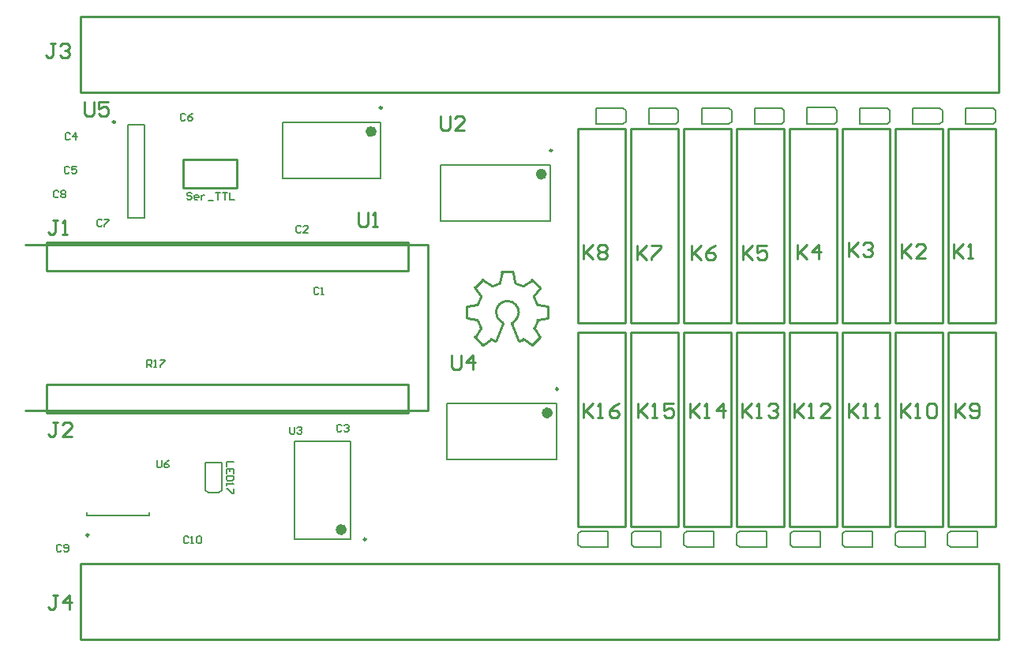
<source format=gto>
%FSLAX25Y25*%
%MOIN*%
G70*
G01*
G75*
%ADD10R,0.05709X0.06102*%
%ADD11R,0.03740X0.02756*%
%ADD12R,0.03740X0.09055*%
%ADD13R,0.26772X0.28740*%
%ADD14O,0.08858X0.02362*%
%ADD15O,0.02362X0.09055*%
%ADD16O,0.09055X0.02362*%
%ADD17R,0.03543X0.03740*%
%ADD18R,0.02756X0.03740*%
%ADD19R,0.03150X0.03937*%
%ADD20R,0.03740X0.03543*%
%ADD21R,0.03937X0.03150*%
%ADD22C,0.02500*%
%ADD23C,0.01000*%
%ADD24R,0.09600X0.09600*%
%ADD25C,0.09600*%
%ADD26C,0.07000*%
%ADD27R,0.07000X0.07000*%
%ADD28C,0.06000*%
%ADD29R,0.06000X0.06000*%
%ADD30C,0.07874*%
%ADD31C,0.05000*%
%ADD32C,0.04000*%
%ADD33C,0.09100*%
G04:AMPARAMS|DCode=34|XSize=111mil|YSize=111mil|CornerRadius=0mil|HoleSize=0mil|Usage=FLASHONLY|Rotation=0.000|XOffset=0mil|YOffset=0mil|HoleType=Round|Shape=Relief|Width=10mil|Gap=10mil|Entries=4|*
%AMTHD34*
7,0,0,0.11100,0.09100,0.01000,45*
%
%ADD34THD34*%
%ADD35C,0.08000*%
%ADD36C,0.07937*%
%ADD37C,0.06800*%
G04:AMPARAMS|DCode=38|XSize=99.37mil|YSize=99.37mil|CornerRadius=0mil|HoleSize=0mil|Usage=FLASHONLY|Rotation=0.000|XOffset=0mil|YOffset=0mil|HoleType=Round|Shape=Relief|Width=10mil|Gap=10mil|Entries=4|*
%AMTHD38*
7,0,0,0.09937,0.07937,0.01000,45*
%
%ADD38THD38*%
%ADD39C,0.10000*%
%ADD40C,0.00984*%
%ADD41C,0.02362*%
%ADD42C,0.00787*%
%ADD43C,0.00500*%
D23*
X-380400Y-123500D02*
Y-91500D01*
X7500Y-123500D02*
Y-91500D01*
X-380400Y-123500D02*
X7500D01*
X-380400Y-91500D02*
X7500D01*
X-336800Y79000D02*
X-314400D01*
X-336800Y67000D02*
Y79000D01*
X-314400Y67000D02*
Y79000D01*
X-336800Y67000D02*
X-314400D01*
X-36300Y-76000D02*
Y6000D01*
X-16300D01*
Y-76000D02*
Y6000D01*
X-36300Y-76000D02*
X-16300D01*
X-233450Y-26950D02*
Y43050D01*
X-403450Y-26950D02*
X-233450D01*
X-403450Y43050D02*
X-233450D01*
X-394450Y32050D02*
Y44050D01*
Y32050D02*
X-242050D01*
X-394450Y44050D02*
X-242050D01*
Y32050D02*
Y44050D01*
X6000Y10000D02*
Y92000D01*
X-14000Y10000D02*
X6000D01*
X-14000D02*
Y92000D01*
X6000D01*
X-16300Y10000D02*
Y92000D01*
X-36300Y10000D02*
X-16300D01*
X-36300D02*
Y92000D01*
X-16300D01*
X-170100Y-76000D02*
Y6000D01*
X-150100D01*
Y-76000D02*
Y6000D01*
X-170100Y-76000D02*
X-150100D01*
X-147800D02*
Y6000D01*
X-127800D01*
Y-76000D02*
Y6000D01*
X-147800Y-76000D02*
X-127800D01*
X-125500D02*
Y6000D01*
X-105500D01*
Y-76000D02*
Y6000D01*
X-125500Y-76000D02*
X-105500D01*
X-103200D02*
Y6000D01*
X-83200D01*
Y-76000D02*
Y6000D01*
X-103200Y-76000D02*
X-83200D01*
X-80900D02*
Y6000D01*
X-60900D01*
Y-76000D02*
Y6000D01*
X-80900Y-76000D02*
X-60900D01*
X-58600D02*
Y6000D01*
X-38600D01*
Y-76000D02*
Y6000D01*
X-58600Y-76000D02*
X-38600D01*
X-14000D02*
Y6000D01*
X6000D01*
Y-76000D02*
Y6000D01*
X-14000Y-76000D02*
X6000D01*
X-150100Y10000D02*
Y92000D01*
X-170100Y10000D02*
X-150100D01*
X-170100D02*
Y92000D01*
X-150100D01*
X-127800Y10000D02*
Y92000D01*
X-147800Y10000D02*
X-127800D01*
X-147800D02*
Y92000D01*
X-127800D01*
X-105500Y10000D02*
Y92000D01*
X-125500Y10000D02*
X-105500D01*
X-125500D02*
Y92000D01*
X-105500D01*
X-83200Y10000D02*
Y92000D01*
X-103200Y10000D02*
X-83200D01*
X-103200D02*
Y92000D01*
X-83200D01*
X-60900Y10000D02*
Y92000D01*
X-80900Y10000D02*
X-60900D01*
X-80900D02*
Y92000D01*
X-60900D01*
X-38600Y10000D02*
Y92000D01*
X-58600Y10000D02*
X-38600D01*
X-58600D02*
Y92000D01*
X-38600D01*
X-380400Y107500D02*
Y139500D01*
X7500Y107500D02*
Y139500D01*
X-380400Y107500D02*
X7500D01*
X-380400Y139500D02*
X7500D01*
X-394450Y-27950D02*
Y-15950D01*
Y-27950D02*
X-242050D01*
X-394450Y-15950D02*
X-242050D01*
Y-27950D02*
Y-15950D01*
X-390001Y-105002D02*
X-392001D01*
X-391001D01*
Y-110000D01*
X-392001Y-111000D01*
X-393000D01*
X-394000Y-110000D01*
X-385003Y-111000D02*
Y-105002D01*
X-388002Y-108001D01*
X-384003D01*
X-378500Y103398D02*
Y98400D01*
X-377500Y97400D01*
X-375501D01*
X-374501Y98400D01*
Y103398D01*
X-368503D02*
X-372502D01*
Y100399D01*
X-370503Y101399D01*
X-369503D01*
X-368503Y100399D01*
Y98400D01*
X-369503Y97400D01*
X-371502D01*
X-372502Y98400D01*
X-34000Y-24002D02*
Y-30000D01*
Y-28001D01*
X-30001Y-24002D01*
X-33000Y-27001D01*
X-30001Y-30000D01*
X-28002D02*
X-26003D01*
X-27002D01*
Y-24002D01*
X-28002Y-25002D01*
X-23004D02*
X-22004Y-24002D01*
X-20005D01*
X-19005Y-25002D01*
Y-29000D01*
X-20005Y-30000D01*
X-22004D01*
X-23004Y-29000D01*
Y-25002D01*
X-263000Y56798D02*
Y51800D01*
X-262000Y50800D01*
X-260001D01*
X-259001Y51800D01*
Y56798D01*
X-257002Y50800D02*
X-255003D01*
X-256002D01*
Y56798D01*
X-257002Y55798D01*
X-228300Y97498D02*
Y92500D01*
X-227300Y91500D01*
X-225301D01*
X-224301Y92500D01*
Y97498D01*
X-218303Y91500D02*
X-222302D01*
X-218303Y95499D01*
Y96498D01*
X-219303Y97498D01*
X-221302D01*
X-222302Y96498D01*
X-223500Y-3602D02*
Y-8600D01*
X-222500Y-9600D01*
X-220501D01*
X-219501Y-8600D01*
Y-3602D01*
X-214503Y-9600D02*
Y-3602D01*
X-217502Y-6601D01*
X-213503D01*
X-390001Y-32002D02*
X-392001D01*
X-391001D01*
Y-37000D01*
X-392001Y-38000D01*
X-393000D01*
X-394000Y-37000D01*
X-384003Y-38000D02*
X-388002D01*
X-384003Y-34001D01*
Y-33002D01*
X-385003Y-32002D01*
X-387002D01*
X-388002Y-33002D01*
X-389901Y53498D02*
X-391901D01*
X-390901D01*
Y48500D01*
X-391901Y47500D01*
X-392900D01*
X-393900Y48500D01*
X-387902Y47500D02*
X-385903D01*
X-386902D01*
Y53498D01*
X-387902Y52498D01*
X-391001Y127998D02*
X-393001D01*
X-392001D01*
Y123000D01*
X-393001Y122000D01*
X-394000D01*
X-395000Y123000D01*
X-389002Y126998D02*
X-388002Y127998D01*
X-386003D01*
X-385003Y126998D01*
Y125999D01*
X-386003Y124999D01*
X-387003D01*
X-386003D01*
X-385003Y123999D01*
Y123000D01*
X-386003Y122000D01*
X-388002D01*
X-389002Y123000D01*
X-11600Y43298D02*
Y37300D01*
Y39299D01*
X-7601Y43298D01*
X-10600Y40299D01*
X-7601Y37300D01*
X-5602D02*
X-3603D01*
X-4602D01*
Y43298D01*
X-5602Y42298D01*
X-33700Y43498D02*
Y37500D01*
Y39499D01*
X-29701Y43498D01*
X-32700Y40499D01*
X-29701Y37500D01*
X-23703D02*
X-27702D01*
X-23703Y41499D01*
Y42498D01*
X-24703Y43498D01*
X-26702D01*
X-27702Y42498D01*
X-55800Y43898D02*
Y37900D01*
Y39899D01*
X-51801Y43898D01*
X-54800Y40899D01*
X-51801Y37900D01*
X-49802Y42898D02*
X-48802Y43898D01*
X-46803D01*
X-45803Y42898D01*
Y41899D01*
X-46803Y40899D01*
X-47803D01*
X-46803D01*
X-45803Y39899D01*
Y38900D01*
X-46803Y37900D01*
X-48802D01*
X-49802Y38900D01*
X-77700Y42998D02*
Y37000D01*
Y38999D01*
X-73701Y42998D01*
X-76700Y39999D01*
X-73701Y37000D01*
X-68703D02*
Y42998D01*
X-71702Y39999D01*
X-67703D01*
X-100600Y42698D02*
Y36700D01*
Y38699D01*
X-96601Y42698D01*
X-99600Y39699D01*
X-96601Y36700D01*
X-90603Y42698D02*
X-94602D01*
Y39699D01*
X-92603Y40699D01*
X-91603D01*
X-90603Y39699D01*
Y37700D01*
X-91603Y36700D01*
X-93602D01*
X-94602Y37700D01*
X-122300Y42698D02*
Y36700D01*
Y38699D01*
X-118301Y42698D01*
X-121300Y39699D01*
X-118301Y36700D01*
X-112303Y42698D02*
X-114303Y41698D01*
X-116302Y39699D01*
Y37700D01*
X-115302Y36700D01*
X-113303D01*
X-112303Y37700D01*
Y38699D01*
X-113303Y39699D01*
X-116302D01*
X-145100Y42798D02*
Y36800D01*
Y38799D01*
X-141101Y42798D01*
X-144100Y39799D01*
X-141101Y36800D01*
X-139102Y42798D02*
X-135103D01*
Y41798D01*
X-139102Y37800D01*
Y36800D01*
X-167900Y42998D02*
Y37000D01*
Y38999D01*
X-163901Y42998D01*
X-166900Y39999D01*
X-163901Y37000D01*
X-161902Y41998D02*
X-160902Y42998D01*
X-158903D01*
X-157903Y41998D01*
Y40999D01*
X-158903Y39999D01*
X-157903Y38999D01*
Y38000D01*
X-158903Y37000D01*
X-160902D01*
X-161902Y38000D01*
Y38999D01*
X-160902Y39999D01*
X-161902Y40999D01*
Y41998D01*
X-160902Y39999D02*
X-158903D01*
X-168000Y-24002D02*
Y-30000D01*
Y-28001D01*
X-164001Y-24002D01*
X-167000Y-27001D01*
X-164001Y-30000D01*
X-162002D02*
X-160003D01*
X-161002D01*
Y-24002D01*
X-162002Y-25002D01*
X-153005Y-24002D02*
X-155004Y-25002D01*
X-157004Y-27001D01*
Y-29000D01*
X-156004Y-30000D01*
X-154005D01*
X-153005Y-29000D01*
Y-28001D01*
X-154005Y-27001D01*
X-157004D01*
X-145000Y-24002D02*
Y-30000D01*
Y-28001D01*
X-141001Y-24002D01*
X-144000Y-27001D01*
X-141001Y-30000D01*
X-139002D02*
X-137003D01*
X-138002D01*
Y-24002D01*
X-139002Y-25002D01*
X-130005Y-24002D02*
X-134004D01*
Y-27001D01*
X-132004Y-26001D01*
X-131005D01*
X-130005Y-27001D01*
Y-29000D01*
X-131005Y-30000D01*
X-133004D01*
X-134004Y-29000D01*
X-123000Y-24002D02*
Y-30000D01*
Y-28001D01*
X-119001Y-24002D01*
X-122000Y-27001D01*
X-119001Y-30000D01*
X-117002D02*
X-115003D01*
X-116002D01*
Y-24002D01*
X-117002Y-25002D01*
X-109004Y-30000D02*
Y-24002D01*
X-112004Y-27001D01*
X-108005D01*
X-101000Y-24002D02*
Y-30000D01*
Y-28001D01*
X-97001Y-24002D01*
X-100000Y-27001D01*
X-97001Y-30000D01*
X-95002D02*
X-93003D01*
X-94002D01*
Y-24002D01*
X-95002Y-25002D01*
X-90004D02*
X-89004Y-24002D01*
X-87005D01*
X-86005Y-25002D01*
Y-26001D01*
X-87005Y-27001D01*
X-88004D01*
X-87005D01*
X-86005Y-28001D01*
Y-29000D01*
X-87005Y-30000D01*
X-89004D01*
X-90004Y-29000D01*
X-79000Y-24002D02*
Y-30000D01*
Y-28001D01*
X-75001Y-24002D01*
X-78000Y-27001D01*
X-75001Y-30000D01*
X-73002D02*
X-71003D01*
X-72002D01*
Y-24002D01*
X-73002Y-25002D01*
X-64005Y-30000D02*
X-68004D01*
X-64005Y-26001D01*
Y-25002D01*
X-65004Y-24002D01*
X-67004D01*
X-68004Y-25002D01*
X-56000Y-24002D02*
Y-30000D01*
Y-28001D01*
X-52001Y-24002D01*
X-55000Y-27001D01*
X-52001Y-30000D01*
X-50002D02*
X-48003D01*
X-49002D01*
Y-24002D01*
X-50002Y-25002D01*
X-45004Y-30000D02*
X-43004D01*
X-44004D01*
Y-24002D01*
X-45004Y-25002D01*
X-11000Y-24002D02*
Y-30000D01*
Y-28001D01*
X-7001Y-24002D01*
X-10000Y-27001D01*
X-7001Y-30000D01*
X-5002Y-29000D02*
X-4002Y-30000D01*
X-2003D01*
X-1003Y-29000D01*
Y-25002D01*
X-2003Y-24002D01*
X-4002D01*
X-5002Y-25002D01*
Y-26001D01*
X-4002Y-27001D01*
X-1003D01*
D40*
X-187485Y17844D02*
G03*
X-187368Y17735I323J231D01*
G01*
X-188840Y21035D02*
G03*
X-188835Y20998I352J23D01*
G01*
X-188826Y21165D02*
G03*
X-188840Y21035I365J-104D01*
G01*
X-186337Y24819D02*
G03*
X-186316Y24860I-172J116D01*
G01*
X-186316D02*
G03*
X-186302Y24911I-216J84D01*
G01*
X-186302Y24911D02*
G03*
X-186327Y25060I-245J36D01*
G01*
D02*
G03*
X-186349Y25093I-187J-98D01*
G01*
X-186349Y25093D02*
G03*
X-186364Y25110I-154J-122D01*
G01*
X-189426Y28173D02*
G03*
X-189462Y28201I-144J-145D01*
G01*
Y28201D02*
G03*
X-189508Y28223I-121J-194D01*
G01*
D02*
G03*
X-189670Y28223I-81J-232D01*
G01*
D02*
G03*
X-189708Y28205I70J-195D01*
G01*
X-193457Y25661D02*
G03*
X-193424Y25670I-78J351D01*
G01*
X-193596Y25655D02*
G03*
X-193457Y25661I53J388D01*
G01*
X-196701Y26937D02*
G03*
X-196670Y26912I245J274D01*
G01*
X-196778Y27031D02*
G03*
X-196701Y26937I337J198D01*
G01*
X-197623Y31474D02*
G03*
X-197638Y31522I-206J-41D01*
G01*
Y31522D02*
G03*
X-197672Y31575I-213J-100D01*
G01*
X-197672D02*
G03*
X-197785Y31650I-188J-159D01*
G01*
D02*
G03*
X-197831Y31659I-64J-203D01*
G01*
X-202179Y31660D02*
G03*
X-202232Y31653I0J-208D01*
G01*
X-202232D02*
G03*
X-202287Y31630I60J-225D01*
G01*
Y31630D02*
G03*
X-202387Y31524I121J-214D01*
G01*
D02*
G03*
X-202402Y31482I190J-91D01*
G01*
X-203260Y27011D02*
G03*
X-203242Y27042I-295J198D01*
G01*
X-203358Y26910D02*
G03*
X-203260Y27011I-224J315D01*
G01*
X-206450Y25653D02*
G03*
X-206419Y25657I-30J348D01*
G01*
X-206603Y25670D02*
G03*
X-206450Y25653I119J371D01*
G01*
X-210309Y28199D02*
G03*
X-210353Y28222I-116J-169D01*
G01*
X-210353D02*
G03*
X-210404Y28235I-81J-215D01*
G01*
X-210404Y28235D02*
G03*
X-210558Y28205I-32J-244D01*
G01*
X-210558D02*
G03*
X-210590Y28182I104J-181D01*
G01*
X-213663Y25110D02*
G03*
X-213690Y25075I144J-144D01*
G01*
D02*
G03*
X-213711Y25032I192J-121D01*
G01*
Y25032D02*
G03*
X-213712Y24861I233J-86D01*
G01*
D02*
G03*
X-213694Y24825I193J73D01*
G01*
X-211193Y21129D02*
G03*
X-211202Y21169I-352J-64D01*
G01*
X-211190Y21010D02*
G03*
X-211193Y21129I-376J51D01*
G01*
X-212562Y17817D02*
G03*
X-212543Y17842I-269J229D01*
G01*
X-212682Y17722D02*
G03*
X-212562Y17817I-180J350D01*
G01*
X-216965Y16914D02*
G03*
X-217008Y16900I40J-201D01*
G01*
X-217008D02*
G03*
X-217051Y16875I93J-210D01*
G01*
D02*
G03*
X-217144Y16742I146J-201D01*
G01*
X-217144Y16742D02*
G03*
X-217151Y16704I201J-54D01*
G01*
X-217151Y12358D02*
G03*
X-217145Y12307I207J0D01*
G01*
D02*
G03*
X-217123Y12252I225J57D01*
G01*
Y12252D02*
G03*
X-217021Y12152I215J117D01*
G01*
D02*
G03*
X-216979Y12136I96J188D01*
G01*
X-212750Y11322D02*
G03*
X-212781Y11340I-195J-286D01*
G01*
X-212652Y11224D02*
G03*
X-212750Y11322I-310J-214D01*
G01*
X-211306Y7835D02*
G03*
X-211310Y7874I-365J-19D01*
G01*
X-211320Y7708D02*
G03*
X-211306Y7835I-377J106D01*
G01*
X-213690Y4227D02*
G03*
X-213710Y4189I167J-114D01*
G01*
Y4189D02*
G03*
X-213723Y4144I210J-85D01*
G01*
X-213723D02*
G03*
X-213695Y3977I243J-45D01*
G01*
X-213695D02*
G03*
X-213672Y3945I178J104D01*
G01*
X-210600Y874D02*
G03*
X-210565Y846I143J144D01*
G01*
X-210565D02*
G03*
X-210523Y825I122J192D01*
G01*
X-210523Y825D02*
G03*
X-210350Y825I87J233D01*
G01*
X-210350D02*
G03*
X-210314Y843I-74J193D01*
G01*
X-206884Y3175D02*
G03*
X-206914Y3166I74J-303D01*
G01*
X-206716Y3175D02*
G03*
X-206884Y3175I-84J-342D01*
G01*
X-205180Y2363D02*
G03*
X-205125Y2345I84J164D01*
G01*
Y2345D02*
G03*
X-204938Y2451I27J170D01*
G01*
X-201903Y9785D02*
G03*
X-201888Y9839I-188J78D01*
G01*
Y9839D02*
G03*
X-201891Y9909I-227J27D01*
G01*
D02*
G03*
X-201941Y10015I-232J-44D01*
G01*
D02*
G03*
X-201974Y10047I-159J-132D01*
G01*
X-201974D02*
G03*
X-201991Y10059I-118J-153D01*
G01*
X-204804Y14498D02*
G03*
X-202592Y10464I4780J-3D01*
G01*
X-200014Y19287D02*
G03*
X-204804Y14498I-0J-4790D01*
G01*
X-195224D02*
G03*
X-200014Y19287I-4790J0D01*
G01*
X-197434Y10464D02*
G03*
X-195224Y14498I-2571J4031D01*
G01*
X-198035Y10059D02*
G03*
X-198077Y10025I104J-170D01*
G01*
X-198077Y10025D02*
G03*
X-198112Y9976I163J-153D01*
G01*
Y9976D02*
G03*
X-198137Y9836I208J-111D01*
G01*
X-198137D02*
G03*
X-198125Y9787I201J27D01*
G01*
X-195090Y2451D02*
G03*
X-195054Y2396I167J69D01*
G01*
D02*
G03*
X-194851Y2361I125J119D01*
G01*
X-193286Y3179D02*
G03*
X-193316Y3172I54J-308D01*
G01*
X-193119Y3168D02*
G03*
X-193286Y3179I-106J-336D01*
G01*
X-189717Y846D02*
G03*
X-189679Y826I114J169D01*
G01*
Y826D02*
G03*
X-189634Y813I84J212D01*
G01*
Y813D02*
G03*
X-189471Y840I43J245D01*
G01*
X-189471D02*
G03*
X-189443Y859I-102J181D01*
G01*
D02*
G03*
X-189427Y872I-120J150D01*
G01*
X-186364Y3935D02*
G03*
X-186331Y3978I-150J148D01*
G01*
D02*
G03*
X-186305Y4045I-206J118D01*
G01*
Y4045D02*
G03*
X-186308Y4164I-238J54D01*
G01*
D02*
G03*
X-186326Y4208I-206J-58D01*
G01*
X-186326D02*
G03*
X-186337Y4227I-176J-96D01*
G01*
X-188716Y7878D02*
G03*
X-188710Y7721I385J-64D01*
G01*
X-187370Y11232D02*
G03*
X-187386Y11208I261J-189D01*
G01*
X-187339Y11269D02*
G03*
X-187370Y11232I261J-249D01*
G01*
X-187258Y11334D02*
G03*
X-187339Y11269I190J-323D01*
G01*
X-183063Y12133D02*
G03*
X-183017Y12147I-36J198D01*
G01*
X-183017D02*
G03*
X-182974Y12172I-92J206D01*
G01*
X-182974D02*
G03*
X-182880Y12316I-146J197D01*
G01*
D02*
G03*
X-182876Y12358I-202J42D01*
G01*
Y16689D02*
G03*
X-182881Y16733I-197J2D01*
G01*
D02*
G03*
X-182894Y16774I-215J-47D01*
G01*
X-182894D02*
G03*
X-183034Y16906I-225J-98D01*
G01*
X-183034D02*
G03*
X-183063Y16914I-68J-191D01*
G01*
X-376820Y-79517D02*
G03*
X-376820Y-79517I-492J0D01*
G01*
X-365657Y94846D02*
G03*
X-365657Y94846I-492J0D01*
G01*
X-181161Y82913D02*
G03*
X-181161Y82913I-492J0D01*
G01*
X-252961Y100913D02*
G03*
X-252961Y100913I-492J0D01*
G01*
X-259695Y-81346D02*
G03*
X-259695Y-81346I-492J0D01*
G01*
X-178661Y-17887D02*
G03*
X-178661Y-17887I-492J0D01*
G01*
X-187270Y17696D02*
X-183063Y16914D01*
X-187286Y17700D02*
X-187270Y17696D01*
X-187302Y17705D02*
X-187286Y17700D01*
X-187320Y17711D02*
X-187302Y17705D01*
X-187341Y17721D02*
X-187320Y17711D01*
X-187368Y17735D02*
X-187341Y17721D01*
X-187497Y17862D02*
X-187485Y17844D01*
X-187506Y17877D02*
X-187497Y17862D01*
X-187513Y17892D02*
X-187506Y17877D01*
X-187518Y17906D02*
X-187513Y17892D01*
X-187520Y17910D02*
X-187518Y17906D01*
X-188810Y20920D02*
X-187520Y17910D01*
X-188817Y20936D02*
X-188810Y20920D01*
X-188824Y20953D02*
X-188817Y20936D01*
X-188830Y20973D02*
X-188824Y20953D01*
X-188835Y20998D02*
X-188830Y20973D01*
X-188826Y21165D02*
X-188818Y21188D01*
X-188810Y21207D01*
X-188802Y21223D01*
X-188794Y21237D01*
X-188789Y21245D01*
X-186337Y24819D01*
X-189426Y28173D02*
X-186364Y25110D01*
X-189717Y28199D02*
X-189708Y28205D01*
X-193354Y25704D02*
X-189717Y28199D01*
X-193368Y25695D02*
X-193354Y25704D01*
X-193383Y25687D02*
X-193368Y25695D01*
X-193401Y25679D02*
X-193383Y25687D01*
X-193424Y25670D02*
X-193401Y25679D01*
X-193618Y25659D02*
X-193596Y25655D01*
X-193637Y25664D02*
X-193618Y25659D01*
X-193652Y25669D02*
X-193637Y25664D01*
X-193667Y25674D02*
X-193652Y25669D01*
X-193679Y25680D02*
X-193667Y25674D01*
X-193680Y25680D02*
X-193679Y25680D01*
X-196598Y26874D02*
X-193680Y25680D01*
X-196613Y26880D02*
X-196598Y26874D01*
X-196630Y26887D02*
X-196613Y26880D01*
X-196648Y26898D02*
X-196630Y26887D01*
X-196670Y26912D02*
X-196648Y26898D01*
X-196790Y27053D02*
X-196778Y27031D01*
X-196798Y27072D02*
X-196790Y27053D01*
X-196804Y27088D02*
X-196798Y27072D01*
X-196809Y27104D02*
X-196804Y27088D01*
X-196812Y27119D02*
X-196809Y27104D01*
X-196812Y27120D02*
X-196812Y27119D01*
X-197623Y31474D02*
X-196812Y27120D01*
X-197847Y31660D02*
X-197831Y31659D01*
X-202179Y31660D02*
X-197847D01*
X-202404Y31474D02*
X-202402Y31482D01*
X-203214Y27120D02*
X-202404Y31474D01*
X-203218Y27103D02*
X-203214Y27120D01*
X-203223Y27085D02*
X-203218Y27103D01*
X-203231Y27065D02*
X-203223Y27085D01*
X-203242Y27042D02*
X-203231Y27065D01*
X-203378Y26897D02*
X-203358Y26910D01*
X-203396Y26888D02*
X-203378Y26897D01*
X-203412Y26880D02*
X-203396Y26888D01*
X-203427Y26874D02*
X-203412Y26880D01*
X-203429Y26874D02*
X-203427Y26874D01*
X-206346Y25680D02*
X-203429Y26874D01*
X-206361Y25673D02*
X-206346Y25680D01*
X-206378Y25667D02*
X-206361Y25673D01*
X-206397Y25662D02*
X-206378Y25667D01*
X-206419Y25657D02*
X-206397Y25662D01*
X-206623Y25677D02*
X-206603Y25670D01*
X-206639Y25685D02*
X-206623Y25677D01*
X-206653Y25692D02*
X-206639Y25685D01*
X-206666Y25700D02*
X-206653Y25692D01*
X-206673Y25704D02*
X-206666Y25700D01*
X-210309Y28199D02*
X-206673Y25704D01*
X-210600Y28173D02*
X-210590Y28182D01*
X-213663Y25110D02*
X-210600Y28173D01*
X-213694Y24825D02*
X-213690Y24819D01*
X-211238Y21245D01*
X-211228Y21230D01*
X-211220Y21214D01*
X-211211Y21194D01*
X-211202Y21169D01*
X-211194Y20985D02*
X-211190Y21010D01*
X-211199Y20965D02*
X-211194Y20985D01*
X-211205Y20948D02*
X-211199Y20965D01*
X-211211Y20933D02*
X-211205Y20948D01*
X-211217Y20920D02*
X-211211Y20933D01*
X-212507Y17910D02*
X-211217Y20920D01*
X-212513Y17895D02*
X-212507Y17910D01*
X-212521Y17879D02*
X-212513Y17895D01*
X-212530Y17862D02*
X-212521Y17879D01*
X-212543Y17842D02*
X-212530Y17862D01*
X-212702Y17713D02*
X-212682Y17722D01*
X-212719Y17706D02*
X-212702Y17713D01*
X-212735Y17701D02*
X-212719Y17706D01*
X-212749Y17698D02*
X-212735Y17701D01*
X-212756Y17696D02*
X-212749Y17698D01*
X-216965Y16914D02*
X-212756Y17696D01*
X-217151Y16689D02*
X-217151Y16704D01*
X-217151Y12358D02*
Y16689D01*
X-216979Y12136D02*
X-216964Y12133D01*
X-212859Y11369D01*
X-212842Y11365D01*
X-212824Y11359D01*
X-212804Y11352D01*
X-212781Y11340D01*
X-212652Y11224D02*
X-212639Y11204D01*
X-212630Y11186D01*
X-212622Y11170D01*
X-212617Y11155D01*
X-212616Y11152D01*
X-211334Y7951D01*
X-211327Y7936D01*
X-211321Y7919D01*
X-211315Y7899D01*
X-211310Y7874D01*
X-211328Y7685D02*
X-211320Y7708D01*
X-211336Y7666D02*
X-211328Y7685D01*
X-211344Y7649D02*
X-211336Y7666D01*
X-211352Y7635D02*
X-211344Y7649D01*
X-211359Y7625D02*
X-211352Y7635D01*
X-213690Y4227D02*
X-211359Y7625D01*
X-213672Y3945D02*
X-213664Y3936D01*
X-210600Y874D01*
X-210314Y843D02*
X-210309Y846D01*
X-206971Y3137D01*
X-206955Y3148D01*
X-206936Y3157D01*
X-206914Y3166D01*
X-206716Y3175D02*
X-206695Y3169D01*
X-206677Y3162D01*
X-206661Y3154D01*
X-206651Y3149D01*
X-205180Y2363D01*
X-204938Y2451D02*
X-201903Y9785D01*
X-202360Y10285D02*
X-201991Y10059D01*
X-202367Y10289D02*
X-202360Y10285D01*
X-202375Y10294D02*
X-202367Y10289D01*
X-202383Y10300D02*
X-202375Y10294D01*
X-202393Y10306D02*
X-202383Y10300D01*
X-202403Y10313D02*
X-202393Y10306D01*
X-202415Y10321D02*
X-202403Y10313D01*
X-202429Y10331D02*
X-202415Y10321D01*
X-202446Y10344D02*
X-202429Y10331D01*
X-202468Y10360D02*
X-202446Y10344D01*
X-202508Y10392D02*
X-202468Y10360D01*
X-202579Y10452D02*
X-202508Y10392D01*
X-202592Y10464D02*
X-202579Y10452D01*
X-197451Y10448D02*
X-197434Y10464D01*
X-197476Y10426D02*
X-197451Y10448D01*
X-197582Y10342D02*
X-197476Y10426D01*
X-197599Y10330D02*
X-197582Y10342D01*
X-197612Y10321D02*
X-197599Y10330D01*
X-197623Y10313D02*
X-197612Y10321D01*
X-197633Y10306D02*
X-197623Y10313D01*
X-197642Y10300D02*
X-197633Y10306D01*
X-197650Y10295D02*
X-197642Y10300D01*
X-197657Y10291D02*
X-197650Y10295D01*
X-197663Y10287D02*
X-197657Y10291D01*
X-197666Y10285D02*
X-197663Y10287D01*
X-198035Y10059D02*
X-197666Y10285D01*
X-198125Y9787D02*
X-198124Y9785D01*
X-195090Y2451D01*
X-194851Y2361D02*
X-194848Y2363D01*
X-193375Y3148D01*
X-193358Y3157D01*
X-193339Y3165D01*
X-193316Y3172D01*
X-193119Y3168D02*
X-193098Y3160D01*
X-193080Y3152D01*
X-193064Y3144D01*
X-193055Y3137D01*
X-189717Y846D01*
X-189427Y872D02*
X-186364Y3935D01*
X-188669Y7625D02*
X-186337Y4227D01*
X-188677Y7638D02*
X-188669Y7625D01*
X-188686Y7653D02*
X-188677Y7638D01*
X-188693Y7671D02*
X-188686Y7653D01*
X-188701Y7692D02*
X-188693Y7671D01*
X-188710Y7721D02*
X-188701Y7692D01*
X-188716Y7878D02*
X-188711Y7899D01*
X-188706Y7917D01*
X-188701Y7932D01*
X-188695Y7946D01*
X-188692Y7951D01*
X-187411Y11152D01*
X-187405Y11170D01*
X-187397Y11188D01*
X-187386Y11208D01*
X-187258Y11334D02*
X-187233Y11347D01*
X-187213Y11356D01*
X-187195Y11362D01*
X-187178Y11366D01*
X-187168Y11369D01*
X-183063Y12133D01*
X-182876Y12358D02*
Y16689D01*
D41*
X-184528Y72874D02*
G03*
X-184528Y72874I-1181J0D01*
G01*
X-256387Y90874D02*
G03*
X-256387Y90874I-1181J0D01*
G01*
X-269045Y-77232D02*
G03*
X-269045Y-77232I-1181J0D01*
G01*
X-182028Y-27926D02*
G03*
X-182028Y-27926I-1181J0D01*
G01*
D42*
X-377489Y-71249D02*
Y-69871D01*
Y-71249D02*
X-351111D01*
Y-69871D01*
X-360145Y54315D02*
Y93685D01*
X-353255Y54315D02*
Y93685D01*
X-360145D02*
X-353255D01*
X-360145Y54315D02*
X-353255D01*
X-228228Y53189D02*
Y76811D01*
X-181772Y53189D02*
Y76811D01*
X-228228Y53189D02*
X-181772D01*
X-228228Y76811D02*
X-181772D01*
X-294969Y94811D02*
X-253631D01*
X-294969Y71189D02*
X-253631D01*
Y94811D01*
X-294969Y71189D02*
Y94811D01*
X-266289Y-81169D02*
Y-39831D01*
X-289911Y-81169D02*
Y-39831D01*
Y-81169D02*
X-266289D01*
X-289911Y-39831D02*
X-266289D01*
X-225728Y-47611D02*
Y-23989D01*
X-179272Y-47611D02*
Y-23989D01*
X-225728Y-47611D02*
X-179272D01*
X-225728Y-23989D02*
X-179272D01*
X-6500Y93900D02*
Y100700D01*
X5000D02*
X6100Y99600D01*
X-6500Y100700D02*
X5000D01*
X6100Y95000D02*
Y99600D01*
X-6500Y93900D02*
X5000D01*
X6100Y95000D01*
X-29000Y93900D02*
Y100700D01*
X-17500D02*
X-16400Y99600D01*
X-29000Y100700D02*
X-17500D01*
X-16400Y95000D02*
Y99600D01*
X-29000Y93900D02*
X-17500D01*
X-16400Y95000D01*
X-51200Y93900D02*
Y100700D01*
X-39700D02*
X-38600Y99600D01*
X-51200Y100700D02*
X-39700D01*
X-38600Y95000D02*
Y99600D01*
X-51200Y93900D02*
X-39700D01*
X-38600Y95000D01*
X-95700Y93900D02*
Y100700D01*
X-84200D02*
X-83100Y99600D01*
X-95700Y100700D02*
X-84200D01*
X-83100Y95000D02*
Y99600D01*
X-95700Y93900D02*
X-84200D01*
X-83100Y95000D01*
X-118000Y94000D02*
Y100800D01*
X-106500D02*
X-105400Y99700D01*
X-118000Y100800D02*
X-106500D01*
X-105400Y95100D02*
Y99700D01*
X-118000Y94000D02*
X-106500D01*
X-105400Y95100D01*
X-1500Y-84700D02*
Y-77900D01*
X-14100Y-83600D02*
X-13000Y-84700D01*
X-1500D01*
X-14100Y-83600D02*
Y-79000D01*
X-13000Y-77900D02*
X-1500D01*
X-14100Y-79000D02*
X-13000Y-77900D01*
X-23500Y-84700D02*
Y-77900D01*
X-36100Y-83600D02*
X-35000Y-84700D01*
X-23500D01*
X-36100Y-83600D02*
Y-79000D01*
X-35000Y-77900D02*
X-23500D01*
X-36100Y-79000D02*
X-35000Y-77900D01*
X-73500Y94100D02*
Y100900D01*
X-62000D02*
X-60900Y99800D01*
X-73500Y100900D02*
X-62000D01*
X-60900Y95200D02*
Y99800D01*
X-73500Y94100D02*
X-62000D01*
X-60900Y95200D01*
X-140400Y93900D02*
Y100700D01*
X-128900D02*
X-127800Y99600D01*
X-140400Y100700D02*
X-128900D01*
X-127800Y95000D02*
Y99600D01*
X-140400Y93900D02*
X-128900D01*
X-127800Y95000D01*
X-162600Y93900D02*
Y100700D01*
X-151100D02*
X-150000Y99600D01*
X-162600Y100700D02*
X-151100D01*
X-150000Y95000D02*
Y99600D01*
X-162600Y93900D02*
X-151100D01*
X-150000Y95000D01*
X-46000Y-84700D02*
Y-77900D01*
X-58600Y-83600D02*
X-57500Y-84700D01*
X-46000D01*
X-58600Y-83600D02*
Y-79000D01*
X-57500Y-77900D02*
X-46000D01*
X-58600Y-79000D02*
X-57500Y-77900D01*
X-68000Y-84700D02*
Y-77900D01*
X-80600Y-83600D02*
X-79500Y-84700D01*
X-68000D01*
X-80600Y-83600D02*
Y-79000D01*
X-79500Y-77900D02*
X-68000D01*
X-80600Y-79000D02*
X-79500Y-77900D01*
X-90500Y-84700D02*
Y-77900D01*
X-103100Y-83600D02*
X-102000Y-84700D01*
X-90500D01*
X-103100Y-83600D02*
Y-79000D01*
X-102000Y-77900D02*
X-90500D01*
X-103100Y-79000D02*
X-102000Y-77900D01*
X-112900Y-84700D02*
Y-77900D01*
X-125500Y-83600D02*
X-124400Y-84700D01*
X-112900D01*
X-125500Y-83600D02*
Y-79000D01*
X-124400Y-77900D02*
X-112900D01*
X-125500Y-79000D02*
X-124400Y-77900D01*
X-135100Y-84700D02*
Y-77900D01*
X-147700Y-83600D02*
X-146600Y-84700D01*
X-135100D01*
X-147700Y-83600D02*
Y-79000D01*
X-146600Y-77900D02*
X-135100D01*
X-147700Y-79000D02*
X-146600Y-77900D01*
X-157500Y-84700D02*
Y-77900D01*
X-170100Y-83600D02*
X-169000Y-84700D01*
X-157500D01*
X-170100Y-83600D02*
Y-79000D01*
X-169000Y-77900D02*
X-157500D01*
X-170100Y-79000D02*
X-169000Y-77900D01*
X-327500Y-49100D02*
X-320700D01*
X-321800Y-61700D02*
X-320700Y-60600D01*
Y-49100D01*
X-326400Y-61700D02*
X-321800D01*
X-327500Y-60600D02*
Y-49100D01*
Y-60600D02*
X-326400Y-61700D01*
D43*
X-334601Y-80601D02*
X-335101Y-80101D01*
X-336100D01*
X-336600Y-80601D01*
Y-82600D01*
X-336100Y-83100D01*
X-335101D01*
X-334601Y-82600D01*
X-333601Y-83100D02*
X-332601D01*
X-333101D01*
Y-80101D01*
X-333601Y-80601D01*
X-331102D02*
X-330602Y-80101D01*
X-329602D01*
X-329102Y-80601D01*
Y-82600D01*
X-329602Y-83100D01*
X-330602D01*
X-331102Y-82600D01*
Y-80601D01*
X-388401Y-84101D02*
X-388900Y-83601D01*
X-389900D01*
X-390400Y-84101D01*
Y-86100D01*
X-389900Y-86600D01*
X-388900D01*
X-388401Y-86100D01*
X-387401D02*
X-386901Y-86600D01*
X-385901D01*
X-385402Y-86100D01*
Y-84101D01*
X-385901Y-83601D01*
X-386901D01*
X-387401Y-84101D01*
Y-84601D01*
X-386901Y-85101D01*
X-385402D01*
X-348000Y-48101D02*
Y-50600D01*
X-347500Y-51100D01*
X-346500D01*
X-346001Y-50600D01*
Y-48101D01*
X-343002D02*
X-344001Y-48601D01*
X-345001Y-49600D01*
Y-50600D01*
X-344501Y-51100D01*
X-343501D01*
X-343002Y-50600D01*
Y-50100D01*
X-343501Y-49600D01*
X-345001D01*
X-333301Y64699D02*
X-333801Y65199D01*
X-334800D01*
X-335300Y64699D01*
Y64199D01*
X-334800Y63700D01*
X-333801D01*
X-333301Y63200D01*
Y62700D01*
X-333801Y62200D01*
X-334800D01*
X-335300Y62700D01*
X-330802Y62200D02*
X-331801D01*
X-332301Y62700D01*
Y63700D01*
X-331801Y64199D01*
X-330802D01*
X-330302Y63700D01*
Y63200D01*
X-332301D01*
X-329302Y64199D02*
Y62200D01*
Y63200D01*
X-328802Y63700D01*
X-328302Y64199D01*
X-327802D01*
X-326303Y61700D02*
X-324304D01*
X-323304Y65199D02*
X-321304D01*
X-322304D01*
Y62200D01*
X-320305Y65199D02*
X-318305D01*
X-319305D01*
Y62200D01*
X-317306Y65199D02*
Y62200D01*
X-315306D01*
X-389501Y65399D02*
X-390001Y65899D01*
X-391000D01*
X-391500Y65399D01*
Y63400D01*
X-391000Y62900D01*
X-390001D01*
X-389501Y63400D01*
X-388501Y65399D02*
X-388001Y65899D01*
X-387001D01*
X-386502Y65399D01*
Y64899D01*
X-387001Y64399D01*
X-386502Y63900D01*
Y63400D01*
X-387001Y62900D01*
X-388001D01*
X-388501Y63400D01*
Y63900D01*
X-388001Y64399D01*
X-388501Y64899D01*
Y65399D01*
X-388001Y64399D02*
X-387001D01*
X-371101Y53299D02*
X-371601Y53799D01*
X-372600D01*
X-373100Y53299D01*
Y51300D01*
X-372600Y50800D01*
X-371601D01*
X-371101Y51300D01*
X-370101Y53799D02*
X-368102D01*
Y53299D01*
X-370101Y51300D01*
Y50800D01*
X-336001Y97999D02*
X-336501Y98499D01*
X-337500D01*
X-338000Y97999D01*
Y96000D01*
X-337500Y95500D01*
X-336501D01*
X-336001Y96000D01*
X-333002Y98499D02*
X-334001Y97999D01*
X-335001Y97000D01*
Y96000D01*
X-334501Y95500D01*
X-333502D01*
X-333002Y96000D01*
Y96500D01*
X-333502Y97000D01*
X-335001D01*
X-385001Y75599D02*
X-385501Y76099D01*
X-386500D01*
X-387000Y75599D01*
Y73600D01*
X-386500Y73100D01*
X-385501D01*
X-385001Y73600D01*
X-382002Y76099D02*
X-384001D01*
Y74599D01*
X-383001Y75099D01*
X-382502D01*
X-382002Y74599D01*
Y73600D01*
X-382502Y73100D01*
X-383501D01*
X-384001Y73600D01*
X-384601Y89799D02*
X-385101Y90299D01*
X-386100D01*
X-386600Y89799D01*
Y87800D01*
X-386100Y87300D01*
X-385101D01*
X-384601Y87800D01*
X-382101Y87300D02*
Y90299D01*
X-383601Y88800D01*
X-381602D01*
X-279701Y24599D02*
X-280201Y25099D01*
X-281200D01*
X-281700Y24599D01*
Y22600D01*
X-281200Y22100D01*
X-280201D01*
X-279701Y22600D01*
X-278701Y22100D02*
X-277701D01*
X-278201D01*
Y25099D01*
X-278701Y24599D01*
X-287201Y50699D02*
X-287701Y51199D01*
X-288700D01*
X-289200Y50699D01*
Y48700D01*
X-288700Y48200D01*
X-287701D01*
X-287201Y48700D01*
X-284202Y48200D02*
X-286201D01*
X-284202Y50199D01*
Y50699D01*
X-284701Y51199D01*
X-285701D01*
X-286201Y50699D01*
X-270001Y-33401D02*
X-270500Y-32901D01*
X-271500D01*
X-272000Y-33401D01*
Y-35400D01*
X-271500Y-35900D01*
X-270500D01*
X-270001Y-35400D01*
X-269001Y-33401D02*
X-268501Y-32901D01*
X-267501D01*
X-267002Y-33401D01*
Y-33901D01*
X-267501Y-34400D01*
X-268001D01*
X-267501D01*
X-267002Y-34900D01*
Y-35400D01*
X-267501Y-35900D01*
X-268501D01*
X-269001Y-35400D01*
X-315701Y-48600D02*
X-318700D01*
Y-50599D01*
X-315701Y-53598D02*
Y-51599D01*
X-318700D01*
Y-53598D01*
X-317200Y-51599D02*
Y-52599D01*
X-315701Y-54598D02*
X-318700D01*
Y-56098D01*
X-318200Y-56597D01*
X-316201D01*
X-315701Y-56098D01*
Y-54598D01*
X-318700Y-57597D02*
Y-58597D01*
Y-58097D01*
X-315701D01*
X-316201Y-57597D01*
X-315701Y-60096D02*
Y-62096D01*
X-316201D01*
X-318200Y-60096D01*
X-318700D01*
X-352100Y-8500D02*
Y-5501D01*
X-350601D01*
X-350101Y-6001D01*
Y-7000D01*
X-350601Y-7500D01*
X-352100D01*
X-351100D02*
X-350101Y-8500D01*
X-349101D02*
X-348101D01*
X-348601D01*
Y-5501D01*
X-349101Y-6001D01*
X-346602Y-5501D02*
X-344602D01*
Y-6001D01*
X-346602Y-8000D01*
Y-8500D01*
X-291800Y-33901D02*
Y-36400D01*
X-291300Y-36900D01*
X-290300D01*
X-289801Y-36400D01*
Y-33901D01*
X-288801Y-34401D02*
X-288301Y-33901D01*
X-287301D01*
X-286802Y-34401D01*
Y-34901D01*
X-287301Y-35401D01*
X-287801D01*
X-287301D01*
X-286802Y-35900D01*
Y-36400D01*
X-287301Y-36900D01*
X-288301D01*
X-288801Y-36400D01*
M02*

</source>
